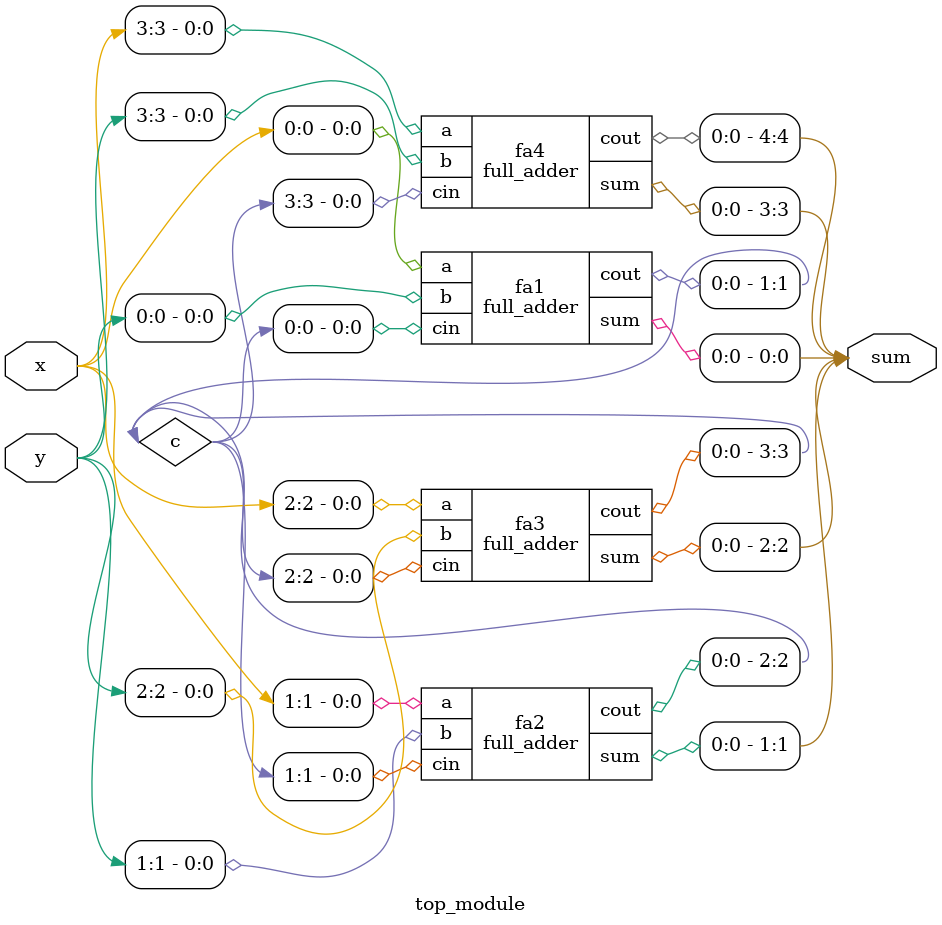
<source format=v>
module full_adder(a,b,cin,cout,sum);
    input a, b, cin;
    output cout, sum;
    assign sum=a^b^cin;
    assign cout=(a&b)|(b&cin)|(a&cin);
endmodule

module top_module (
    input [3:0] x,
    input [3:0] y, 
    output [4:0] sum);
    wire [3:0]c;
    full_adder fa1(x[0],y[0],c[0],c[1],sum[0]);
    full_adder fa2(x[1],y[1],c[1],c[2],sum[1]);
    full_adder fa3(x[2],y[2],c[2],c[3],sum[2]);
    full_adder fa4(x[3],y[3],c[3],sum[4],sum[3]);
endmodule

</source>
